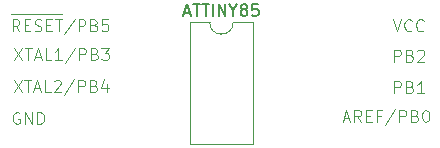
<source format=gbr>
G04 #@! TF.GenerationSoftware,KiCad,Pcbnew,7.0.1-3b83917a11~172~ubuntu20.04.1*
G04 #@! TF.CreationDate,2023-04-12T22:05:40+02:00*
G04 #@! TF.ProjectId,Attiny85_ProgBoard_v1,41747469-6e79-4383-955f-50726f67426f,rev?*
G04 #@! TF.SameCoordinates,Original*
G04 #@! TF.FileFunction,Legend,Top*
G04 #@! TF.FilePolarity,Positive*
%FSLAX46Y46*%
G04 Gerber Fmt 4.6, Leading zero omitted, Abs format (unit mm)*
G04 Created by KiCad (PCBNEW 7.0.1-3b83917a11~172~ubuntu20.04.1) date 2023-04-12 22:05:40*
%MOMM*%
%LPD*%
G01*
G04 APERTURE LIST*
%ADD10C,0.100000*%
%ADD11C,0.150000*%
%ADD12C,0.120000*%
G04 APERTURE END LIST*
D10*
X126415895Y-92677438D02*
X126320657Y-92629819D01*
X126320657Y-92629819D02*
X126177800Y-92629819D01*
X126177800Y-92629819D02*
X126034943Y-92677438D01*
X126034943Y-92677438D02*
X125939705Y-92772676D01*
X125939705Y-92772676D02*
X125892086Y-92867914D01*
X125892086Y-92867914D02*
X125844467Y-93058390D01*
X125844467Y-93058390D02*
X125844467Y-93201247D01*
X125844467Y-93201247D02*
X125892086Y-93391723D01*
X125892086Y-93391723D02*
X125939705Y-93486961D01*
X125939705Y-93486961D02*
X126034943Y-93582200D01*
X126034943Y-93582200D02*
X126177800Y-93629819D01*
X126177800Y-93629819D02*
X126273038Y-93629819D01*
X126273038Y-93629819D02*
X126415895Y-93582200D01*
X126415895Y-93582200D02*
X126463514Y-93534580D01*
X126463514Y-93534580D02*
X126463514Y-93201247D01*
X126463514Y-93201247D02*
X126273038Y-93201247D01*
X126892086Y-93629819D02*
X126892086Y-92629819D01*
X126892086Y-92629819D02*
X127463514Y-93629819D01*
X127463514Y-93629819D02*
X127463514Y-92629819D01*
X127939705Y-93629819D02*
X127939705Y-92629819D01*
X127939705Y-92629819D02*
X128177800Y-92629819D01*
X128177800Y-92629819D02*
X128320657Y-92677438D01*
X128320657Y-92677438D02*
X128415895Y-92772676D01*
X128415895Y-92772676D02*
X128463514Y-92867914D01*
X128463514Y-92867914D02*
X128511133Y-93058390D01*
X128511133Y-93058390D02*
X128511133Y-93201247D01*
X128511133Y-93201247D02*
X128463514Y-93391723D01*
X128463514Y-93391723D02*
X128415895Y-93486961D01*
X128415895Y-93486961D02*
X128320657Y-93582200D01*
X128320657Y-93582200D02*
X128177800Y-93629819D01*
X128177800Y-93629819D02*
X127939705Y-93629819D01*
X126412523Y-85781219D02*
X126079190Y-85305028D01*
X125841095Y-85781219D02*
X125841095Y-84781219D01*
X125841095Y-84781219D02*
X126222047Y-84781219D01*
X126222047Y-84781219D02*
X126317285Y-84828838D01*
X126317285Y-84828838D02*
X126364904Y-84876457D01*
X126364904Y-84876457D02*
X126412523Y-84971695D01*
X126412523Y-84971695D02*
X126412523Y-85114552D01*
X126412523Y-85114552D02*
X126364904Y-85209790D01*
X126364904Y-85209790D02*
X126317285Y-85257409D01*
X126317285Y-85257409D02*
X126222047Y-85305028D01*
X126222047Y-85305028D02*
X125841095Y-85305028D01*
X126841095Y-85257409D02*
X127174428Y-85257409D01*
X127317285Y-85781219D02*
X126841095Y-85781219D01*
X126841095Y-85781219D02*
X126841095Y-84781219D01*
X126841095Y-84781219D02*
X127317285Y-84781219D01*
X127698238Y-85733600D02*
X127841095Y-85781219D01*
X127841095Y-85781219D02*
X128079190Y-85781219D01*
X128079190Y-85781219D02*
X128174428Y-85733600D01*
X128174428Y-85733600D02*
X128222047Y-85685980D01*
X128222047Y-85685980D02*
X128269666Y-85590742D01*
X128269666Y-85590742D02*
X128269666Y-85495504D01*
X128269666Y-85495504D02*
X128222047Y-85400266D01*
X128222047Y-85400266D02*
X128174428Y-85352647D01*
X128174428Y-85352647D02*
X128079190Y-85305028D01*
X128079190Y-85305028D02*
X127888714Y-85257409D01*
X127888714Y-85257409D02*
X127793476Y-85209790D01*
X127793476Y-85209790D02*
X127745857Y-85162171D01*
X127745857Y-85162171D02*
X127698238Y-85066933D01*
X127698238Y-85066933D02*
X127698238Y-84971695D01*
X127698238Y-84971695D02*
X127745857Y-84876457D01*
X127745857Y-84876457D02*
X127793476Y-84828838D01*
X127793476Y-84828838D02*
X127888714Y-84781219D01*
X127888714Y-84781219D02*
X128126809Y-84781219D01*
X128126809Y-84781219D02*
X128269666Y-84828838D01*
X128698238Y-85257409D02*
X129031571Y-85257409D01*
X129174428Y-85781219D02*
X128698238Y-85781219D01*
X128698238Y-85781219D02*
X128698238Y-84781219D01*
X128698238Y-84781219D02*
X129174428Y-84781219D01*
X129460143Y-84781219D02*
X130031571Y-84781219D01*
X129745857Y-85781219D02*
X129745857Y-84781219D01*
X125703000Y-84333600D02*
X130026810Y-84333600D01*
X131079190Y-84733600D02*
X130222048Y-86019314D01*
X131412524Y-85781219D02*
X131412524Y-84781219D01*
X131412524Y-84781219D02*
X131793476Y-84781219D01*
X131793476Y-84781219D02*
X131888714Y-84828838D01*
X131888714Y-84828838D02*
X131936333Y-84876457D01*
X131936333Y-84876457D02*
X131983952Y-84971695D01*
X131983952Y-84971695D02*
X131983952Y-85114552D01*
X131983952Y-85114552D02*
X131936333Y-85209790D01*
X131936333Y-85209790D02*
X131888714Y-85257409D01*
X131888714Y-85257409D02*
X131793476Y-85305028D01*
X131793476Y-85305028D02*
X131412524Y-85305028D01*
X132745857Y-85257409D02*
X132888714Y-85305028D01*
X132888714Y-85305028D02*
X132936333Y-85352647D01*
X132936333Y-85352647D02*
X132983952Y-85447885D01*
X132983952Y-85447885D02*
X132983952Y-85590742D01*
X132983952Y-85590742D02*
X132936333Y-85685980D01*
X132936333Y-85685980D02*
X132888714Y-85733600D01*
X132888714Y-85733600D02*
X132793476Y-85781219D01*
X132793476Y-85781219D02*
X132412524Y-85781219D01*
X132412524Y-85781219D02*
X132412524Y-84781219D01*
X132412524Y-84781219D02*
X132745857Y-84781219D01*
X132745857Y-84781219D02*
X132841095Y-84828838D01*
X132841095Y-84828838D02*
X132888714Y-84876457D01*
X132888714Y-84876457D02*
X132936333Y-84971695D01*
X132936333Y-84971695D02*
X132936333Y-85066933D01*
X132936333Y-85066933D02*
X132888714Y-85162171D01*
X132888714Y-85162171D02*
X132841095Y-85209790D01*
X132841095Y-85209790D02*
X132745857Y-85257409D01*
X132745857Y-85257409D02*
X132412524Y-85257409D01*
X133888714Y-84781219D02*
X133412524Y-84781219D01*
X133412524Y-84781219D02*
X133364905Y-85257409D01*
X133364905Y-85257409D02*
X133412524Y-85209790D01*
X133412524Y-85209790D02*
X133507762Y-85162171D01*
X133507762Y-85162171D02*
X133745857Y-85162171D01*
X133745857Y-85162171D02*
X133841095Y-85209790D01*
X133841095Y-85209790D02*
X133888714Y-85257409D01*
X133888714Y-85257409D02*
X133936333Y-85352647D01*
X133936333Y-85352647D02*
X133936333Y-85590742D01*
X133936333Y-85590742D02*
X133888714Y-85685980D01*
X133888714Y-85685980D02*
X133841095Y-85733600D01*
X133841095Y-85733600D02*
X133745857Y-85781219D01*
X133745857Y-85781219D02*
X133507762Y-85781219D01*
X133507762Y-85781219D02*
X133412524Y-85733600D01*
X133412524Y-85733600D02*
X133364905Y-85685980D01*
X125922590Y-89912019D02*
X126589256Y-90912019D01*
X126589256Y-89912019D02*
X125922590Y-90912019D01*
X126827352Y-89912019D02*
X127398780Y-89912019D01*
X127113066Y-90912019D02*
X127113066Y-89912019D01*
X127684495Y-90626304D02*
X128160685Y-90626304D01*
X127589257Y-90912019D02*
X127922590Y-89912019D01*
X127922590Y-89912019D02*
X128255923Y-90912019D01*
X129065447Y-90912019D02*
X128589257Y-90912019D01*
X128589257Y-90912019D02*
X128589257Y-89912019D01*
X129351162Y-90007257D02*
X129398781Y-89959638D01*
X129398781Y-89959638D02*
X129494019Y-89912019D01*
X129494019Y-89912019D02*
X129732114Y-89912019D01*
X129732114Y-89912019D02*
X129827352Y-89959638D01*
X129827352Y-89959638D02*
X129874971Y-90007257D01*
X129874971Y-90007257D02*
X129922590Y-90102495D01*
X129922590Y-90102495D02*
X129922590Y-90197733D01*
X129922590Y-90197733D02*
X129874971Y-90340590D01*
X129874971Y-90340590D02*
X129303543Y-90912019D01*
X129303543Y-90912019D02*
X129922590Y-90912019D01*
X131065447Y-89864400D02*
X130208305Y-91150114D01*
X131398781Y-90912019D02*
X131398781Y-89912019D01*
X131398781Y-89912019D02*
X131779733Y-89912019D01*
X131779733Y-89912019D02*
X131874971Y-89959638D01*
X131874971Y-89959638D02*
X131922590Y-90007257D01*
X131922590Y-90007257D02*
X131970209Y-90102495D01*
X131970209Y-90102495D02*
X131970209Y-90245352D01*
X131970209Y-90245352D02*
X131922590Y-90340590D01*
X131922590Y-90340590D02*
X131874971Y-90388209D01*
X131874971Y-90388209D02*
X131779733Y-90435828D01*
X131779733Y-90435828D02*
X131398781Y-90435828D01*
X132732114Y-90388209D02*
X132874971Y-90435828D01*
X132874971Y-90435828D02*
X132922590Y-90483447D01*
X132922590Y-90483447D02*
X132970209Y-90578685D01*
X132970209Y-90578685D02*
X132970209Y-90721542D01*
X132970209Y-90721542D02*
X132922590Y-90816780D01*
X132922590Y-90816780D02*
X132874971Y-90864400D01*
X132874971Y-90864400D02*
X132779733Y-90912019D01*
X132779733Y-90912019D02*
X132398781Y-90912019D01*
X132398781Y-90912019D02*
X132398781Y-89912019D01*
X132398781Y-89912019D02*
X132732114Y-89912019D01*
X132732114Y-89912019D02*
X132827352Y-89959638D01*
X132827352Y-89959638D02*
X132874971Y-90007257D01*
X132874971Y-90007257D02*
X132922590Y-90102495D01*
X132922590Y-90102495D02*
X132922590Y-90197733D01*
X132922590Y-90197733D02*
X132874971Y-90292971D01*
X132874971Y-90292971D02*
X132827352Y-90340590D01*
X132827352Y-90340590D02*
X132732114Y-90388209D01*
X132732114Y-90388209D02*
X132398781Y-90388209D01*
X133827352Y-90245352D02*
X133827352Y-90912019D01*
X133589257Y-89864400D02*
X133351162Y-90578685D01*
X133351162Y-90578685D02*
X133970209Y-90578685D01*
X125973390Y-87219619D02*
X126640056Y-88219619D01*
X126640056Y-87219619D02*
X125973390Y-88219619D01*
X126878152Y-87219619D02*
X127449580Y-87219619D01*
X127163866Y-88219619D02*
X127163866Y-87219619D01*
X127735295Y-87933904D02*
X128211485Y-87933904D01*
X127640057Y-88219619D02*
X127973390Y-87219619D01*
X127973390Y-87219619D02*
X128306723Y-88219619D01*
X129116247Y-88219619D02*
X128640057Y-88219619D01*
X128640057Y-88219619D02*
X128640057Y-87219619D01*
X129973390Y-88219619D02*
X129401962Y-88219619D01*
X129687676Y-88219619D02*
X129687676Y-87219619D01*
X129687676Y-87219619D02*
X129592438Y-87362476D01*
X129592438Y-87362476D02*
X129497200Y-87457714D01*
X129497200Y-87457714D02*
X129401962Y-87505333D01*
X131116247Y-87172000D02*
X130259105Y-88457714D01*
X131449581Y-88219619D02*
X131449581Y-87219619D01*
X131449581Y-87219619D02*
X131830533Y-87219619D01*
X131830533Y-87219619D02*
X131925771Y-87267238D01*
X131925771Y-87267238D02*
X131973390Y-87314857D01*
X131973390Y-87314857D02*
X132021009Y-87410095D01*
X132021009Y-87410095D02*
X132021009Y-87552952D01*
X132021009Y-87552952D02*
X131973390Y-87648190D01*
X131973390Y-87648190D02*
X131925771Y-87695809D01*
X131925771Y-87695809D02*
X131830533Y-87743428D01*
X131830533Y-87743428D02*
X131449581Y-87743428D01*
X132782914Y-87695809D02*
X132925771Y-87743428D01*
X132925771Y-87743428D02*
X132973390Y-87791047D01*
X132973390Y-87791047D02*
X133021009Y-87886285D01*
X133021009Y-87886285D02*
X133021009Y-88029142D01*
X133021009Y-88029142D02*
X132973390Y-88124380D01*
X132973390Y-88124380D02*
X132925771Y-88172000D01*
X132925771Y-88172000D02*
X132830533Y-88219619D01*
X132830533Y-88219619D02*
X132449581Y-88219619D01*
X132449581Y-88219619D02*
X132449581Y-87219619D01*
X132449581Y-87219619D02*
X132782914Y-87219619D01*
X132782914Y-87219619D02*
X132878152Y-87267238D01*
X132878152Y-87267238D02*
X132925771Y-87314857D01*
X132925771Y-87314857D02*
X132973390Y-87410095D01*
X132973390Y-87410095D02*
X132973390Y-87505333D01*
X132973390Y-87505333D02*
X132925771Y-87600571D01*
X132925771Y-87600571D02*
X132878152Y-87648190D01*
X132878152Y-87648190D02*
X132782914Y-87695809D01*
X132782914Y-87695809D02*
X132449581Y-87695809D01*
X133354343Y-87219619D02*
X133973390Y-87219619D01*
X133973390Y-87219619D02*
X133640057Y-87600571D01*
X133640057Y-87600571D02*
X133782914Y-87600571D01*
X133782914Y-87600571D02*
X133878152Y-87648190D01*
X133878152Y-87648190D02*
X133925771Y-87695809D01*
X133925771Y-87695809D02*
X133973390Y-87791047D01*
X133973390Y-87791047D02*
X133973390Y-88029142D01*
X133973390Y-88029142D02*
X133925771Y-88124380D01*
X133925771Y-88124380D02*
X133878152Y-88172000D01*
X133878152Y-88172000D02*
X133782914Y-88219619D01*
X133782914Y-88219619D02*
X133497200Y-88219619D01*
X133497200Y-88219619D02*
X133401962Y-88172000D01*
X133401962Y-88172000D02*
X133354343Y-88124380D01*
X158146905Y-88346619D02*
X158146905Y-87346619D01*
X158146905Y-87346619D02*
X158527857Y-87346619D01*
X158527857Y-87346619D02*
X158623095Y-87394238D01*
X158623095Y-87394238D02*
X158670714Y-87441857D01*
X158670714Y-87441857D02*
X158718333Y-87537095D01*
X158718333Y-87537095D02*
X158718333Y-87679952D01*
X158718333Y-87679952D02*
X158670714Y-87775190D01*
X158670714Y-87775190D02*
X158623095Y-87822809D01*
X158623095Y-87822809D02*
X158527857Y-87870428D01*
X158527857Y-87870428D02*
X158146905Y-87870428D01*
X159480238Y-87822809D02*
X159623095Y-87870428D01*
X159623095Y-87870428D02*
X159670714Y-87918047D01*
X159670714Y-87918047D02*
X159718333Y-88013285D01*
X159718333Y-88013285D02*
X159718333Y-88156142D01*
X159718333Y-88156142D02*
X159670714Y-88251380D01*
X159670714Y-88251380D02*
X159623095Y-88299000D01*
X159623095Y-88299000D02*
X159527857Y-88346619D01*
X159527857Y-88346619D02*
X159146905Y-88346619D01*
X159146905Y-88346619D02*
X159146905Y-87346619D01*
X159146905Y-87346619D02*
X159480238Y-87346619D01*
X159480238Y-87346619D02*
X159575476Y-87394238D01*
X159575476Y-87394238D02*
X159623095Y-87441857D01*
X159623095Y-87441857D02*
X159670714Y-87537095D01*
X159670714Y-87537095D02*
X159670714Y-87632333D01*
X159670714Y-87632333D02*
X159623095Y-87727571D01*
X159623095Y-87727571D02*
X159575476Y-87775190D01*
X159575476Y-87775190D02*
X159480238Y-87822809D01*
X159480238Y-87822809D02*
X159146905Y-87822809D01*
X160099286Y-87441857D02*
X160146905Y-87394238D01*
X160146905Y-87394238D02*
X160242143Y-87346619D01*
X160242143Y-87346619D02*
X160480238Y-87346619D01*
X160480238Y-87346619D02*
X160575476Y-87394238D01*
X160575476Y-87394238D02*
X160623095Y-87441857D01*
X160623095Y-87441857D02*
X160670714Y-87537095D01*
X160670714Y-87537095D02*
X160670714Y-87632333D01*
X160670714Y-87632333D02*
X160623095Y-87775190D01*
X160623095Y-87775190D02*
X160051667Y-88346619D01*
X160051667Y-88346619D02*
X160670714Y-88346619D01*
X158146905Y-91013619D02*
X158146905Y-90013619D01*
X158146905Y-90013619D02*
X158527857Y-90013619D01*
X158527857Y-90013619D02*
X158623095Y-90061238D01*
X158623095Y-90061238D02*
X158670714Y-90108857D01*
X158670714Y-90108857D02*
X158718333Y-90204095D01*
X158718333Y-90204095D02*
X158718333Y-90346952D01*
X158718333Y-90346952D02*
X158670714Y-90442190D01*
X158670714Y-90442190D02*
X158623095Y-90489809D01*
X158623095Y-90489809D02*
X158527857Y-90537428D01*
X158527857Y-90537428D02*
X158146905Y-90537428D01*
X159480238Y-90489809D02*
X159623095Y-90537428D01*
X159623095Y-90537428D02*
X159670714Y-90585047D01*
X159670714Y-90585047D02*
X159718333Y-90680285D01*
X159718333Y-90680285D02*
X159718333Y-90823142D01*
X159718333Y-90823142D02*
X159670714Y-90918380D01*
X159670714Y-90918380D02*
X159623095Y-90966000D01*
X159623095Y-90966000D02*
X159527857Y-91013619D01*
X159527857Y-91013619D02*
X159146905Y-91013619D01*
X159146905Y-91013619D02*
X159146905Y-90013619D01*
X159146905Y-90013619D02*
X159480238Y-90013619D01*
X159480238Y-90013619D02*
X159575476Y-90061238D01*
X159575476Y-90061238D02*
X159623095Y-90108857D01*
X159623095Y-90108857D02*
X159670714Y-90204095D01*
X159670714Y-90204095D02*
X159670714Y-90299333D01*
X159670714Y-90299333D02*
X159623095Y-90394571D01*
X159623095Y-90394571D02*
X159575476Y-90442190D01*
X159575476Y-90442190D02*
X159480238Y-90489809D01*
X159480238Y-90489809D02*
X159146905Y-90489809D01*
X160670714Y-91013619D02*
X160099286Y-91013619D01*
X160385000Y-91013619D02*
X160385000Y-90013619D01*
X160385000Y-90013619D02*
X160289762Y-90156476D01*
X160289762Y-90156476D02*
X160194524Y-90251714D01*
X160194524Y-90251714D02*
X160099286Y-90299333D01*
X153860952Y-93166304D02*
X154337142Y-93166304D01*
X153765714Y-93452019D02*
X154099047Y-92452019D01*
X154099047Y-92452019D02*
X154432380Y-93452019D01*
X155337142Y-93452019D02*
X155003809Y-92975828D01*
X154765714Y-93452019D02*
X154765714Y-92452019D01*
X154765714Y-92452019D02*
X155146666Y-92452019D01*
X155146666Y-92452019D02*
X155241904Y-92499638D01*
X155241904Y-92499638D02*
X155289523Y-92547257D01*
X155289523Y-92547257D02*
X155337142Y-92642495D01*
X155337142Y-92642495D02*
X155337142Y-92785352D01*
X155337142Y-92785352D02*
X155289523Y-92880590D01*
X155289523Y-92880590D02*
X155241904Y-92928209D01*
X155241904Y-92928209D02*
X155146666Y-92975828D01*
X155146666Y-92975828D02*
X154765714Y-92975828D01*
X155765714Y-92928209D02*
X156099047Y-92928209D01*
X156241904Y-93452019D02*
X155765714Y-93452019D01*
X155765714Y-93452019D02*
X155765714Y-92452019D01*
X155765714Y-92452019D02*
X156241904Y-92452019D01*
X157003809Y-92928209D02*
X156670476Y-92928209D01*
X156670476Y-93452019D02*
X156670476Y-92452019D01*
X156670476Y-92452019D02*
X157146666Y-92452019D01*
X158241904Y-92404400D02*
X157384762Y-93690114D01*
X158575238Y-93452019D02*
X158575238Y-92452019D01*
X158575238Y-92452019D02*
X158956190Y-92452019D01*
X158956190Y-92452019D02*
X159051428Y-92499638D01*
X159051428Y-92499638D02*
X159099047Y-92547257D01*
X159099047Y-92547257D02*
X159146666Y-92642495D01*
X159146666Y-92642495D02*
X159146666Y-92785352D01*
X159146666Y-92785352D02*
X159099047Y-92880590D01*
X159099047Y-92880590D02*
X159051428Y-92928209D01*
X159051428Y-92928209D02*
X158956190Y-92975828D01*
X158956190Y-92975828D02*
X158575238Y-92975828D01*
X159908571Y-92928209D02*
X160051428Y-92975828D01*
X160051428Y-92975828D02*
X160099047Y-93023447D01*
X160099047Y-93023447D02*
X160146666Y-93118685D01*
X160146666Y-93118685D02*
X160146666Y-93261542D01*
X160146666Y-93261542D02*
X160099047Y-93356780D01*
X160099047Y-93356780D02*
X160051428Y-93404400D01*
X160051428Y-93404400D02*
X159956190Y-93452019D01*
X159956190Y-93452019D02*
X159575238Y-93452019D01*
X159575238Y-93452019D02*
X159575238Y-92452019D01*
X159575238Y-92452019D02*
X159908571Y-92452019D01*
X159908571Y-92452019D02*
X160003809Y-92499638D01*
X160003809Y-92499638D02*
X160051428Y-92547257D01*
X160051428Y-92547257D02*
X160099047Y-92642495D01*
X160099047Y-92642495D02*
X160099047Y-92737733D01*
X160099047Y-92737733D02*
X160051428Y-92832971D01*
X160051428Y-92832971D02*
X160003809Y-92880590D01*
X160003809Y-92880590D02*
X159908571Y-92928209D01*
X159908571Y-92928209D02*
X159575238Y-92928209D01*
X160765714Y-92452019D02*
X160860952Y-92452019D01*
X160860952Y-92452019D02*
X160956190Y-92499638D01*
X160956190Y-92499638D02*
X161003809Y-92547257D01*
X161003809Y-92547257D02*
X161051428Y-92642495D01*
X161051428Y-92642495D02*
X161099047Y-92832971D01*
X161099047Y-92832971D02*
X161099047Y-93071066D01*
X161099047Y-93071066D02*
X161051428Y-93261542D01*
X161051428Y-93261542D02*
X161003809Y-93356780D01*
X161003809Y-93356780D02*
X160956190Y-93404400D01*
X160956190Y-93404400D02*
X160860952Y-93452019D01*
X160860952Y-93452019D02*
X160765714Y-93452019D01*
X160765714Y-93452019D02*
X160670476Y-93404400D01*
X160670476Y-93404400D02*
X160622857Y-93356780D01*
X160622857Y-93356780D02*
X160575238Y-93261542D01*
X160575238Y-93261542D02*
X160527619Y-93071066D01*
X160527619Y-93071066D02*
X160527619Y-92832971D01*
X160527619Y-92832971D02*
X160575238Y-92642495D01*
X160575238Y-92642495D02*
X160622857Y-92547257D01*
X160622857Y-92547257D02*
X160670476Y-92499638D01*
X160670476Y-92499638D02*
X160765714Y-92452019D01*
X158051667Y-84781219D02*
X158385000Y-85781219D01*
X158385000Y-85781219D02*
X158718333Y-84781219D01*
X159623095Y-85685980D02*
X159575476Y-85733600D01*
X159575476Y-85733600D02*
X159432619Y-85781219D01*
X159432619Y-85781219D02*
X159337381Y-85781219D01*
X159337381Y-85781219D02*
X159194524Y-85733600D01*
X159194524Y-85733600D02*
X159099286Y-85638361D01*
X159099286Y-85638361D02*
X159051667Y-85543123D01*
X159051667Y-85543123D02*
X159004048Y-85352647D01*
X159004048Y-85352647D02*
X159004048Y-85209790D01*
X159004048Y-85209790D02*
X159051667Y-85019314D01*
X159051667Y-85019314D02*
X159099286Y-84924076D01*
X159099286Y-84924076D02*
X159194524Y-84828838D01*
X159194524Y-84828838D02*
X159337381Y-84781219D01*
X159337381Y-84781219D02*
X159432619Y-84781219D01*
X159432619Y-84781219D02*
X159575476Y-84828838D01*
X159575476Y-84828838D02*
X159623095Y-84876457D01*
X160623095Y-85685980D02*
X160575476Y-85733600D01*
X160575476Y-85733600D02*
X160432619Y-85781219D01*
X160432619Y-85781219D02*
X160337381Y-85781219D01*
X160337381Y-85781219D02*
X160194524Y-85733600D01*
X160194524Y-85733600D02*
X160099286Y-85638361D01*
X160099286Y-85638361D02*
X160051667Y-85543123D01*
X160051667Y-85543123D02*
X160004048Y-85352647D01*
X160004048Y-85352647D02*
X160004048Y-85209790D01*
X160004048Y-85209790D02*
X160051667Y-85019314D01*
X160051667Y-85019314D02*
X160099286Y-84924076D01*
X160099286Y-84924076D02*
X160194524Y-84828838D01*
X160194524Y-84828838D02*
X160337381Y-84781219D01*
X160337381Y-84781219D02*
X160432619Y-84781219D01*
X160432619Y-84781219D02*
X160575476Y-84828838D01*
X160575476Y-84828838D02*
X160623095Y-84876457D01*
D11*
X140367143Y-84206904D02*
X140843333Y-84206904D01*
X140271905Y-84492619D02*
X140605238Y-83492619D01*
X140605238Y-83492619D02*
X140938571Y-84492619D01*
X141129048Y-83492619D02*
X141700476Y-83492619D01*
X141414762Y-84492619D02*
X141414762Y-83492619D01*
X141890953Y-83492619D02*
X142462381Y-83492619D01*
X142176667Y-84492619D02*
X142176667Y-83492619D01*
X142795715Y-84492619D02*
X142795715Y-83492619D01*
X143271905Y-84492619D02*
X143271905Y-83492619D01*
X143271905Y-83492619D02*
X143843333Y-84492619D01*
X143843333Y-84492619D02*
X143843333Y-83492619D01*
X144510000Y-84016428D02*
X144510000Y-84492619D01*
X144176667Y-83492619D02*
X144510000Y-84016428D01*
X144510000Y-84016428D02*
X144843333Y-83492619D01*
X145319524Y-83921190D02*
X145224286Y-83873571D01*
X145224286Y-83873571D02*
X145176667Y-83825952D01*
X145176667Y-83825952D02*
X145129048Y-83730714D01*
X145129048Y-83730714D02*
X145129048Y-83683095D01*
X145129048Y-83683095D02*
X145176667Y-83587857D01*
X145176667Y-83587857D02*
X145224286Y-83540238D01*
X145224286Y-83540238D02*
X145319524Y-83492619D01*
X145319524Y-83492619D02*
X145510000Y-83492619D01*
X145510000Y-83492619D02*
X145605238Y-83540238D01*
X145605238Y-83540238D02*
X145652857Y-83587857D01*
X145652857Y-83587857D02*
X145700476Y-83683095D01*
X145700476Y-83683095D02*
X145700476Y-83730714D01*
X145700476Y-83730714D02*
X145652857Y-83825952D01*
X145652857Y-83825952D02*
X145605238Y-83873571D01*
X145605238Y-83873571D02*
X145510000Y-83921190D01*
X145510000Y-83921190D02*
X145319524Y-83921190D01*
X145319524Y-83921190D02*
X145224286Y-83968809D01*
X145224286Y-83968809D02*
X145176667Y-84016428D01*
X145176667Y-84016428D02*
X145129048Y-84111666D01*
X145129048Y-84111666D02*
X145129048Y-84302142D01*
X145129048Y-84302142D02*
X145176667Y-84397380D01*
X145176667Y-84397380D02*
X145224286Y-84445000D01*
X145224286Y-84445000D02*
X145319524Y-84492619D01*
X145319524Y-84492619D02*
X145510000Y-84492619D01*
X145510000Y-84492619D02*
X145605238Y-84445000D01*
X145605238Y-84445000D02*
X145652857Y-84397380D01*
X145652857Y-84397380D02*
X145700476Y-84302142D01*
X145700476Y-84302142D02*
X145700476Y-84111666D01*
X145700476Y-84111666D02*
X145652857Y-84016428D01*
X145652857Y-84016428D02*
X145605238Y-83968809D01*
X145605238Y-83968809D02*
X145510000Y-83921190D01*
X146605238Y-83492619D02*
X146129048Y-83492619D01*
X146129048Y-83492619D02*
X146081429Y-83968809D01*
X146081429Y-83968809D02*
X146129048Y-83921190D01*
X146129048Y-83921190D02*
X146224286Y-83873571D01*
X146224286Y-83873571D02*
X146462381Y-83873571D01*
X146462381Y-83873571D02*
X146557619Y-83921190D01*
X146557619Y-83921190D02*
X146605238Y-83968809D01*
X146605238Y-83968809D02*
X146652857Y-84064047D01*
X146652857Y-84064047D02*
X146652857Y-84302142D01*
X146652857Y-84302142D02*
X146605238Y-84397380D01*
X146605238Y-84397380D02*
X146557619Y-84445000D01*
X146557619Y-84445000D02*
X146462381Y-84492619D01*
X146462381Y-84492619D02*
X146224286Y-84492619D01*
X146224286Y-84492619D02*
X146129048Y-84445000D01*
X146129048Y-84445000D02*
X146081429Y-84397380D01*
D12*
X140860000Y-85030000D02*
X140860000Y-95310000D01*
X140860000Y-95310000D02*
X146160000Y-95310000D01*
X142510000Y-85030000D02*
X140860000Y-85030000D01*
X146160000Y-85030000D02*
X144510000Y-85030000D01*
X146160000Y-95310000D02*
X146160000Y-85030000D01*
X142510000Y-85030000D02*
G75*
G03*
X144510000Y-85030000I1000000J0D01*
G01*
M02*

</source>
